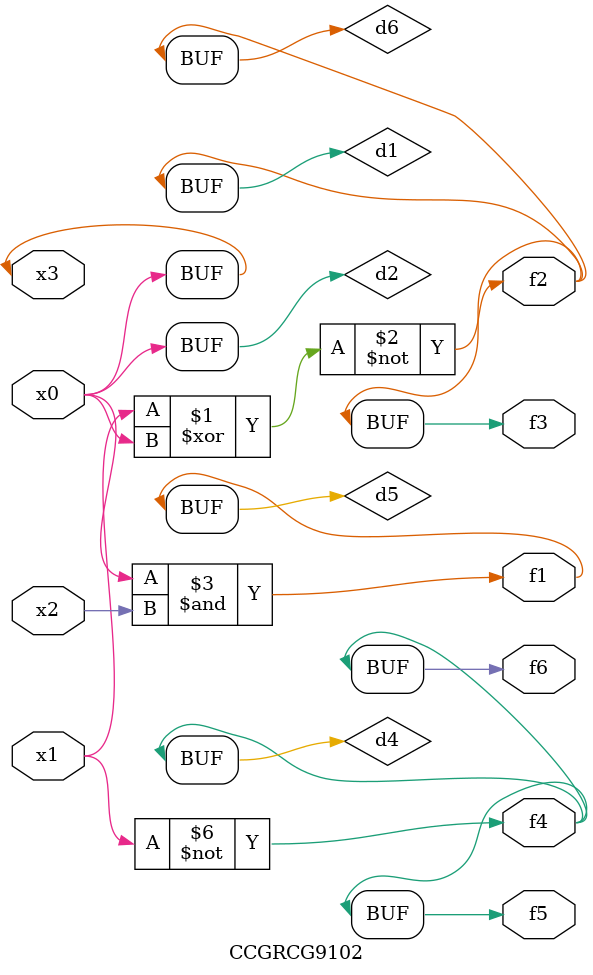
<source format=v>
module CCGRCG9102(
	input x0, x1, x2, x3,
	output f1, f2, f3, f4, f5, f6
);

	wire d1, d2, d3, d4, d5, d6;

	xnor (d1, x1, x3);
	buf (d2, x0, x3);
	nand (d3, x0, x2);
	not (d4, x1);
	nand (d5, d3);
	or (d6, d1);
	assign f1 = d5;
	assign f2 = d6;
	assign f3 = d6;
	assign f4 = d4;
	assign f5 = d4;
	assign f6 = d4;
endmodule

</source>
